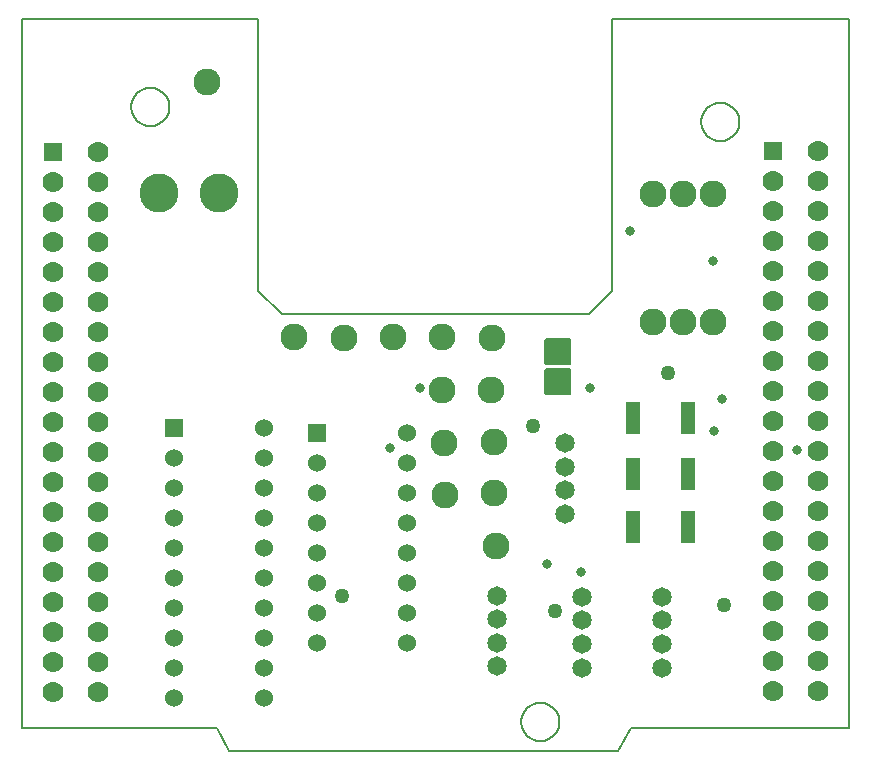
<source format=gbr>
G04 PROTEUS GERBER X2 FILE*
%TF.GenerationSoftware,Labcenter,Proteus,8.12-SP2-Build31155*%
%TF.CreationDate,2022-12-03T19:28:30+00:00*%
%TF.FileFunction,Soldermask,Top*%
%TF.FilePolarity,Negative*%
%TF.Part,Single*%
%TF.SameCoordinates,{ab386329-c5d6-4b76-aca3-cb6d5b16447b}*%
%FSLAX45Y45*%
%MOMM*%
G01*
%TA.AperFunction,Material*%
%ADD72C,1.270000*%
%ADD73C,0.812800*%
%AMPPAD024*
4,1,36,
0.762000,-0.635000,
0.762000,0.635000,
0.759470,0.660970,
0.752200,0.684980,
0.740650,0.706580,
0.725290,0.725290,
0.706570,0.740650,
0.684980,0.752200,
0.660970,0.759470,
0.635000,0.762000,
-0.635000,0.762000,
-0.660970,0.759470,
-0.684980,0.752200,
-0.706570,0.740650,
-0.725290,0.725290,
-0.740650,0.706580,
-0.752200,0.684980,
-0.759470,0.660970,
-0.762000,0.635000,
-0.762000,-0.635000,
-0.759470,-0.660970,
-0.752200,-0.684980,
-0.740650,-0.706580,
-0.725290,-0.725290,
-0.706570,-0.740650,
-0.684980,-0.752200,
-0.660970,-0.759470,
-0.635000,-0.762000,
0.635000,-0.762000,
0.660970,-0.759470,
0.684980,-0.752200,
0.706570,-0.740650,
0.725290,-0.725290,
0.740650,-0.706580,
0.752200,-0.684980,
0.759470,-0.660970,
0.762000,-0.635000,
0*%
%TA.AperFunction,Material*%
%ADD30PPAD024*%
%ADD31C,1.778000*%
%AMPPAD026*
4,1,36,
0.762000,0.635000,
0.762000,-0.635000,
0.759470,-0.660970,
0.752200,-0.684980,
0.740650,-0.706580,
0.725290,-0.725290,
0.706570,-0.740650,
0.684980,-0.752200,
0.660970,-0.759470,
0.635000,-0.762000,
-0.635000,-0.762000,
-0.660970,-0.759470,
-0.684980,-0.752200,
-0.706570,-0.740650,
-0.725290,-0.725290,
-0.740650,-0.706580,
-0.752200,-0.684980,
-0.759470,-0.660970,
-0.762000,-0.635000,
-0.762000,0.635000,
-0.759470,0.660970,
-0.752200,0.684980,
-0.740650,0.706580,
-0.725290,0.725290,
-0.706570,0.740650,
-0.684980,0.752200,
-0.660970,0.759470,
-0.635000,0.762000,
0.635000,0.762000,
0.660970,0.759470,
0.684980,0.752200,
0.706570,0.740650,
0.725290,0.725290,
0.740650,0.706580,
0.752200,0.684980,
0.759470,0.660970,
0.762000,0.635000,
0*%
%TA.AperFunction,Material*%
%ADD32PPAD026*%
%ADD33C,1.524000*%
%TA.AperFunction,Material*%
%ADD34C,3.302000*%
%TA.AperFunction,Material*%
%ADD35C,2.286000*%
%TA.AperFunction,Material*%
%ADD36C,1.651000*%
%AMPPAD031*
4,1,36,
-1.143000,-1.016000,
-1.143000,1.016000,
-1.140470,1.041970,
-1.133200,1.065980,
-1.121650,1.087580,
-1.106290,1.106290,
-1.087570,1.121650,
-1.065980,1.133200,
-1.041970,1.140470,
-1.016000,1.143000,
1.016000,1.143000,
1.041970,1.140470,
1.065980,1.133200,
1.087570,1.121650,
1.106290,1.106290,
1.121650,1.087580,
1.133200,1.065980,
1.140470,1.041970,
1.143000,1.016000,
1.143000,-1.016000,
1.140470,-1.041970,
1.133200,-1.065980,
1.121650,-1.087580,
1.106290,-1.106290,
1.087570,-1.121650,
1.065980,-1.133200,
1.041970,-1.140470,
1.016000,-1.143000,
-1.016000,-1.143000,
-1.041970,-1.140470,
-1.065980,-1.133200,
-1.087570,-1.121650,
-1.106290,-1.106290,
-1.121650,-1.087580,
-1.133200,-1.065980,
-1.140470,-1.041970,
-1.143000,-1.016000,
0*%
%TA.AperFunction,Material*%
%ADD37PPAD031*%
%AMPPAD032*
4,1,4,
0.596900,-1.346200,
-0.596900,-1.346200,
-0.596900,1.346200,
0.596900,1.346200,
0.596900,-1.346200,
0*%
%ADD38PPAD032*%
%TA.AperFunction,Profile*%
%ADD20C,0.203200*%
%TD.AperFunction*%
D72*
X+2706019Y+1117192D03*
X+4325500Y+2555500D03*
X+5468500Y+3000000D03*
X+5943958Y+1039212D03*
X+4514186Y+986528D03*
D73*
X+3119000Y+2365000D03*
X+5860000Y+2510000D03*
X+3373000Y+2873000D03*
X+4812685Y+2879469D03*
X+5923934Y+2785649D03*
X+6560000Y+2350000D03*
X+5151000Y+4206500D03*
X+5849500Y+3952500D03*
X+4444540Y+1388734D03*
X+4733907Y+1316392D03*
D30*
X+260000Y+4876000D03*
D31*
X+641000Y+4876000D03*
X+260000Y+4622000D03*
X+641000Y+4622000D03*
X+260000Y+4368000D03*
X+641000Y+4368000D03*
X+260000Y+4114000D03*
X+641000Y+4114000D03*
X+260000Y+3860000D03*
X+641000Y+3860000D03*
X+260000Y+3606000D03*
X+641000Y+3606000D03*
X+260000Y+3352000D03*
X+641000Y+3352000D03*
X+260000Y+3098000D03*
X+641000Y+3098000D03*
X+260000Y+2844000D03*
X+641000Y+2844000D03*
X+260000Y+2590000D03*
X+641000Y+2590000D03*
X+260000Y+2336000D03*
X+641000Y+2336000D03*
X+260000Y+2082000D03*
X+641000Y+2082000D03*
X+260000Y+1828000D03*
X+641000Y+1828000D03*
X+260000Y+1574000D03*
X+641000Y+1574000D03*
X+260000Y+1320000D03*
X+641000Y+1320000D03*
X+260000Y+1066000D03*
X+641000Y+1066000D03*
X+260000Y+812000D03*
X+641000Y+812000D03*
X+260000Y+558000D03*
X+641000Y+558000D03*
X+260000Y+304000D03*
X+641000Y+304000D03*
D30*
X+6356000Y+4880000D03*
D31*
X+6737000Y+4880000D03*
X+6356000Y+4626000D03*
X+6737000Y+4626000D03*
X+6356000Y+4372000D03*
X+6737000Y+4372000D03*
X+6356000Y+4118000D03*
X+6737000Y+4118000D03*
X+6356000Y+3864000D03*
X+6737000Y+3864000D03*
X+6356000Y+3610000D03*
X+6737000Y+3610000D03*
X+6356000Y+3356000D03*
X+6737000Y+3356000D03*
X+6356000Y+3102000D03*
X+6737000Y+3102000D03*
X+6356000Y+2848000D03*
X+6737000Y+2848000D03*
X+6356000Y+2594000D03*
X+6737000Y+2594000D03*
X+6356000Y+2340000D03*
X+6737000Y+2340000D03*
X+6356000Y+2086000D03*
X+6737000Y+2086000D03*
X+6356000Y+1832000D03*
X+6737000Y+1832000D03*
X+6356000Y+1578000D03*
X+6737000Y+1578000D03*
X+6356000Y+1324000D03*
X+6737000Y+1324000D03*
X+6356000Y+1070000D03*
X+6737000Y+1070000D03*
X+6356000Y+816000D03*
X+6737000Y+816000D03*
X+6356000Y+562000D03*
X+6737000Y+562000D03*
X+6356000Y+308000D03*
X+6737000Y+308000D03*
D32*
X+1290000Y+2540000D03*
D33*
X+1290000Y+2286000D03*
X+1290000Y+2032000D03*
X+1290000Y+1778000D03*
X+1290000Y+1524000D03*
X+1290000Y+1270000D03*
X+1290000Y+1016000D03*
X+1290000Y+762000D03*
X+1290000Y+508000D03*
X+1290000Y+254000D03*
X+2052000Y+254000D03*
X+2052000Y+508000D03*
X+2052000Y+762000D03*
X+2052000Y+1016000D03*
X+2052000Y+1270000D03*
X+2052000Y+1524000D03*
X+2052000Y+1778000D03*
X+2052000Y+2032000D03*
X+2052000Y+2286000D03*
X+2052000Y+2540000D03*
D32*
X+2500000Y+2500000D03*
D33*
X+2500000Y+2246000D03*
X+2500000Y+1992000D03*
X+2500000Y+1738000D03*
X+2500000Y+1484000D03*
X+2500000Y+1230000D03*
X+2500000Y+976000D03*
X+2500000Y+722000D03*
X+3262000Y+722000D03*
X+3262000Y+976000D03*
X+3262000Y+1230000D03*
X+3262000Y+1484000D03*
X+3262000Y+1738000D03*
X+3262000Y+1992000D03*
X+3262000Y+2246000D03*
X+3262000Y+2500000D03*
D34*
X+1668000Y+4530000D03*
X+1160000Y+4530000D03*
D35*
X+5850000Y+4520000D03*
X+5596000Y+4520000D03*
X+5342000Y+4520000D03*
X+5850000Y+3440000D03*
X+5596000Y+3440000D03*
X+5342000Y+3440000D03*
D36*
X+5420000Y+1110000D03*
X+5420000Y+910000D03*
X+5420000Y+710000D03*
X+5420000Y+510000D03*
X+4740000Y+1110000D03*
X+4740000Y+910000D03*
X+4740000Y+710000D03*
X+4740000Y+510000D03*
X+4020000Y+1120000D03*
X+4020000Y+920000D03*
X+4020000Y+720000D03*
X+4020000Y+520000D03*
D35*
X+1570000Y+5470000D03*
D37*
X+4540000Y+2930000D03*
X+4540000Y+3184000D03*
D36*
X+4600000Y+2410000D03*
X+4600000Y+2210000D03*
X+4600000Y+2010000D03*
X+4600000Y+1810000D03*
D38*
X+5640000Y+2620000D03*
X+5170000Y+2620000D03*
X+5640000Y+2150000D03*
X+5170000Y+2150000D03*
X+5640000Y+1700000D03*
X+5170000Y+1700000D03*
D35*
X+2300000Y+3310000D03*
X+2730000Y+3300000D03*
X+3140000Y+3310000D03*
X+3560000Y+3310000D03*
X+3980000Y+3300000D03*
X+3560000Y+2860000D03*
X+3970000Y+2860000D03*
X+3570000Y+2410000D03*
X+4000000Y+2420000D03*
X+3580000Y+1970000D03*
X+4000000Y+1990000D03*
X+4010000Y+1540000D03*
D20*
X+0Y+0D02*
X+1650000Y+0D01*
X+7000000Y+0D02*
X+7000000Y+6000000D01*
X+5000000Y+6000000D01*
X+5000000Y+3700000D01*
X+4800000Y+3500000D01*
X+2200000Y+3500000D01*
X+2000000Y+3700000D02*
X+2000000Y+6000000D01*
X+0Y+6000000D01*
X+0Y+0D01*
X+2000000Y+3700000D02*
X+2200000Y+3500000D01*
X+5160000Y+0D02*
X+7000000Y+0D01*
X+1750000Y-200000D02*
X+5050000Y-200000D01*
X+1650000Y+0D02*
X+1750000Y-200000D01*
X+5160000Y+0D02*
X+5050000Y-200000D01*
X+4550045Y+50000D02*
X+4549508Y+63142D01*
X+4545144Y+89427D01*
X+4536029Y+115712D01*
X+4521182Y+141997D01*
X+4498470Y+168118D01*
X+4472185Y+187898D01*
X+4445900Y+200658D01*
X+4419615Y+208108D01*
X+4393330Y+210987D01*
X+4389000Y+211045D01*
X+4227955Y+50000D02*
X+4228492Y+63142D01*
X+4232856Y+89427D01*
X+4241971Y+115712D01*
X+4256818Y+141997D01*
X+4279530Y+168118D01*
X+4305815Y+187898D01*
X+4332100Y+200658D01*
X+4358385Y+208108D01*
X+4384670Y+210987D01*
X+4389000Y+211045D01*
X+4227955Y+50000D02*
X+4228492Y+36858D01*
X+4232856Y+10573D01*
X+4241971Y-15712D01*
X+4256818Y-41997D01*
X+4279530Y-68118D01*
X+4305815Y-87898D01*
X+4332100Y-100658D01*
X+4358385Y-108108D01*
X+4384670Y-110987D01*
X+4389000Y-111045D01*
X+4550045Y+50000D02*
X+4549508Y+36858D01*
X+4545144Y+10573D01*
X+4536029Y-15712D01*
X+4521182Y-41997D01*
X+4498470Y-68118D01*
X+4472185Y-87898D01*
X+4445900Y-100658D01*
X+4419615Y-108108D01*
X+4393330Y-110987D01*
X+4389000Y-111045D01*
X+6074045Y+5130000D02*
X+6073508Y+5143142D01*
X+6069144Y+5169427D01*
X+6060029Y+5195712D01*
X+6045182Y+5221997D01*
X+6022470Y+5248118D01*
X+5996185Y+5267898D01*
X+5969900Y+5280658D01*
X+5943615Y+5288108D01*
X+5917330Y+5290987D01*
X+5913000Y+5291045D01*
X+5751955Y+5130000D02*
X+5752492Y+5143142D01*
X+5756856Y+5169427D01*
X+5765971Y+5195712D01*
X+5780818Y+5221997D01*
X+5803530Y+5248118D01*
X+5829815Y+5267898D01*
X+5856100Y+5280658D01*
X+5882385Y+5288108D01*
X+5908670Y+5290987D01*
X+5913000Y+5291045D01*
X+5751955Y+5130000D02*
X+5752492Y+5116858D01*
X+5756856Y+5090573D01*
X+5765971Y+5064288D01*
X+5780818Y+5038003D01*
X+5803530Y+5011882D01*
X+5829815Y+4992102D01*
X+5856100Y+4979342D01*
X+5882385Y+4971892D01*
X+5908670Y+4969013D01*
X+5913000Y+4968955D01*
X+6074045Y+5130000D02*
X+6073508Y+5116858D01*
X+6069144Y+5090573D01*
X+6060029Y+5064288D01*
X+6045182Y+5038003D01*
X+6022470Y+5011882D01*
X+5996185Y+4992102D01*
X+5969900Y+4979342D01*
X+5943615Y+4971892D01*
X+5917330Y+4969013D01*
X+5913000Y+4968955D01*
X+1248045Y+5257000D02*
X+1247508Y+5270142D01*
X+1243144Y+5296427D01*
X+1234029Y+5322712D01*
X+1219182Y+5348997D01*
X+1196470Y+5375118D01*
X+1170185Y+5394898D01*
X+1143900Y+5407658D01*
X+1117615Y+5415108D01*
X+1091330Y+5417987D01*
X+1087000Y+5418045D01*
X+925955Y+5257000D02*
X+926492Y+5270142D01*
X+930856Y+5296427D01*
X+939971Y+5322712D01*
X+954818Y+5348997D01*
X+977530Y+5375118D01*
X+1003815Y+5394898D01*
X+1030100Y+5407658D01*
X+1056385Y+5415108D01*
X+1082670Y+5417987D01*
X+1087000Y+5418045D01*
X+925955Y+5257000D02*
X+926492Y+5243858D01*
X+930856Y+5217573D01*
X+939971Y+5191288D01*
X+954818Y+5165003D01*
X+977530Y+5138882D01*
X+1003815Y+5119102D01*
X+1030100Y+5106342D01*
X+1056385Y+5098892D01*
X+1082670Y+5096013D01*
X+1087000Y+5095955D01*
X+1248045Y+5257000D02*
X+1247508Y+5243858D01*
X+1243144Y+5217573D01*
X+1234029Y+5191288D01*
X+1219182Y+5165003D01*
X+1196470Y+5138882D01*
X+1170185Y+5119102D01*
X+1143900Y+5106342D01*
X+1117615Y+5098892D01*
X+1091330Y+5096013D01*
X+1087000Y+5095955D01*
M02*

</source>
